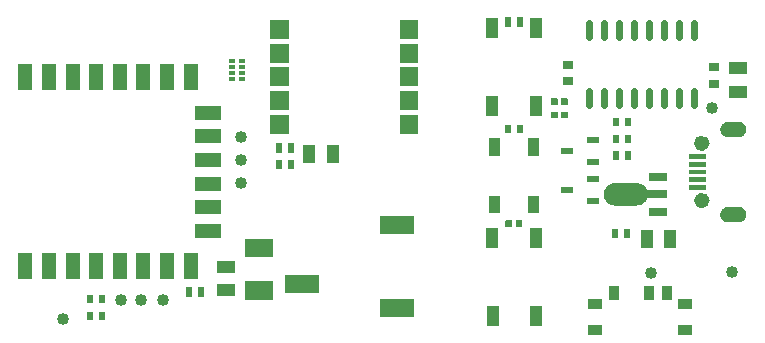
<source format=gtp>
G04 Layer: TopPasteMaskLayer*
G04 EasyEDA v6.5.5, 2022-06-30 21:59:10*
G04 844943e940ba41f192d5fd3784e3f5d8,9c416354eb984020824aaf9c885bead6,10*
G04 Gerber Generator version 0.2*
G04 Scale: 100 percent, Rotated: No, Reflected: No *
G04 Dimensions in inches *
G04 leading zeros omitted , absolute positions ,3 integer and 6 decimal *
%FSLAX36Y36*%
%MOIN*%

%ADD12C,0.0220*%
%ADD14R,0.1181X0.0591*%
%ADD15R,0.0197X0.0315*%
%ADD16R,0.0610X0.0394*%
%ADD17R,0.0394X0.0610*%
%ADD18R,0.0935X0.0633*%
%ADD19R,0.0354X0.0315*%
%ADD20R,0.0472X0.0866*%
%ADD21R,0.0866X0.0472*%
%ADD24R,0.0354X0.0512*%
%ADD25R,0.0512X0.0354*%
%ADD26R,0.0394X0.0669*%
%ADD30R,0.0199X0.0118*%
%ADD31C,0.0400*%
%ADD51C,0.0256*%

%LPD*%
G36*
X1823400Y200640D02*
G01*
X1821819Y199060D01*
X1821819Y180940D01*
X1823400Y179360D01*
X1843100Y179360D01*
X1844680Y180940D01*
X1844680Y199060D01*
X1843100Y200640D01*
G37*
G36*
X1856900Y200640D02*
G01*
X1855320Y199060D01*
X1855320Y180940D01*
X1856900Y179360D01*
X1876600Y179360D01*
X1878180Y180940D01*
X1878180Y199060D01*
X1876600Y200640D01*
G37*
G36*
X1823400Y245640D02*
G01*
X1821819Y244060D01*
X1821819Y225940D01*
X1823400Y224360D01*
X1843100Y224360D01*
X1844680Y225940D01*
X1844680Y244060D01*
X1843100Y245640D01*
G37*
G36*
X1856900Y245640D02*
G01*
X1855320Y244060D01*
X1855320Y225940D01*
X1856900Y224360D01*
X1876600Y224360D01*
X1878180Y225940D01*
X1878180Y244060D01*
X1876600Y245640D01*
G37*
G36*
X1671940Y-161900D02*
G01*
X1670360Y-163480D01*
X1670360Y-181580D01*
X1671940Y-183160D01*
X1691639Y-183160D01*
X1693220Y-181580D01*
X1693220Y-163480D01*
X1691639Y-161900D01*
G37*
G36*
X1705420Y-161900D02*
G01*
X1703860Y-163480D01*
X1703860Y-181580D01*
X1705420Y-183160D01*
X1725140Y-183160D01*
X1726720Y-181580D01*
X1726720Y-163480D01*
X1725140Y-161900D01*
G37*
G36*
X2412180Y167320D02*
G01*
X2409300Y167160D01*
X2406480Y166680D01*
X2403720Y165880D01*
X2402380Y165380D01*
X2399800Y164120D01*
X2397360Y162600D01*
X2395120Y160820D01*
X2393100Y158780D01*
X2391300Y156540D01*
X2389780Y154120D01*
X2388540Y151520D01*
X2387580Y148820D01*
X2386940Y146020D01*
X2386620Y143160D01*
X2386620Y140300D01*
X2386940Y137440D01*
X2387580Y134640D01*
X2388540Y131940D01*
X2389780Y129360D01*
X2391300Y126920D01*
X2393100Y124680D01*
X2395120Y122660D01*
X2397360Y120860D01*
X2399800Y119340D01*
X2402380Y118080D01*
X2405080Y117140D01*
X2407880Y116500D01*
X2410740Y116180D01*
X2447600Y116140D01*
X2450480Y116300D01*
X2453300Y116780D01*
X2456060Y117579D01*
X2457400Y118080D01*
X2459980Y119340D01*
X2462420Y120860D01*
X2464660Y122660D01*
X2466680Y124680D01*
X2468480Y126920D01*
X2470000Y129360D01*
X2471260Y131940D01*
X2472200Y134640D01*
X2472840Y137440D01*
X2473160Y140300D01*
X2473160Y143160D01*
X2472840Y146020D01*
X2472200Y148820D01*
X2471260Y151520D01*
X2470000Y154120D01*
X2468480Y156540D01*
X2466680Y158780D01*
X2464660Y160820D01*
X2462420Y162600D01*
X2459980Y164120D01*
X2457400Y165380D01*
X2454700Y166320D01*
X2451900Y166960D01*
X2449040Y167280D01*
G37*
G36*
X2412180Y-116140D02*
G01*
X2409300Y-116300D01*
X2406480Y-116780D01*
X2403720Y-117579D01*
X2402380Y-118080D01*
X2399800Y-119340D01*
X2397360Y-120860D01*
X2395120Y-122640D01*
X2393100Y-124680D01*
X2391300Y-126920D01*
X2389780Y-129340D01*
X2388540Y-131940D01*
X2387580Y-134640D01*
X2386940Y-137440D01*
X2386620Y-140300D01*
X2386620Y-143160D01*
X2386940Y-146020D01*
X2387580Y-148820D01*
X2388540Y-151520D01*
X2389780Y-154100D01*
X2391300Y-156540D01*
X2393100Y-158780D01*
X2395120Y-160799D01*
X2397360Y-162600D01*
X2399800Y-164120D01*
X2402380Y-165380D01*
X2405080Y-166320D01*
X2407880Y-166960D01*
X2410740Y-167280D01*
X2447600Y-167320D01*
X2450480Y-167160D01*
X2453300Y-166680D01*
X2456060Y-165880D01*
X2457400Y-165380D01*
X2459980Y-164120D01*
X2462420Y-162600D01*
X2464660Y-160799D01*
X2466680Y-158780D01*
X2468480Y-156540D01*
X2470000Y-154100D01*
X2471260Y-151520D01*
X2472200Y-148820D01*
X2472840Y-146020D01*
X2473160Y-143160D01*
X2473160Y-140300D01*
X2472840Y-137440D01*
X2472200Y-134640D01*
X2471260Y-131940D01*
X2470000Y-129340D01*
X2468480Y-126920D01*
X2466680Y-124680D01*
X2464660Y-122640D01*
X2462420Y-120860D01*
X2459980Y-119340D01*
X2457400Y-118080D01*
X2454700Y-117140D01*
X2451900Y-116500D01*
X2449040Y-116180D01*
G37*
G36*
X2282540Y59060D02*
G01*
X2282540Y43300D01*
X2337660Y43300D01*
X2337660Y59060D01*
G37*
G36*
X2282540Y33460D02*
G01*
X2282540Y17720D01*
X2337660Y17720D01*
X2337660Y33460D01*
G37*
G36*
X2282540Y7880D02*
G01*
X2282540Y-7880D01*
X2337660Y-7880D01*
X2337660Y7880D01*
G37*
G36*
X2282540Y-17720D02*
G01*
X2282540Y-33460D01*
X2337660Y-33460D01*
X2337660Y-17720D01*
G37*
G36*
X2282540Y-43300D02*
G01*
X2282540Y-59060D01*
X2337660Y-59060D01*
X2337660Y-43300D01*
G37*
D12*
X1950000Y270237D02*
G01*
X1950000Y223582D01*
X2000000Y270237D02*
G01*
X2000000Y223582D01*
X2050000Y270237D02*
G01*
X2050000Y223582D01*
X2100000Y270237D02*
G01*
X2100000Y223582D01*
X2150000Y270237D02*
G01*
X2150000Y223582D01*
X2200000Y270237D02*
G01*
X2200000Y223582D01*
X2250000Y270237D02*
G01*
X2250000Y223582D01*
X2300000Y270237D02*
G01*
X2300000Y223582D01*
X1950000Y496417D02*
G01*
X1950000Y449762D01*
X2000000Y496417D02*
G01*
X2000000Y449762D01*
X2050000Y496417D02*
G01*
X2050000Y449762D01*
X2100000Y496417D02*
G01*
X2100000Y449762D01*
X2150000Y496417D02*
G01*
X2150000Y449762D01*
X2200000Y496417D02*
G01*
X2200000Y449762D01*
X2250000Y496417D02*
G01*
X2250000Y449762D01*
X2300000Y496417D02*
G01*
X2300000Y449762D01*
D14*
G01*
X1307479Y-452800D03*
G01*
X992520Y-374059D03*
G01*
X1307479Y-177210D03*
G36*
X605475Y-384254D02*
G01*
X625160Y-384254D01*
X625160Y-415751D01*
X605475Y-415751D01*
G37*
G36*
X644845Y-384254D02*
G01*
X664531Y-384254D01*
X664531Y-415751D01*
X644845Y-415751D01*
G37*
G36*
X1670475Y515745D02*
G01*
X1690160Y515745D01*
X1690160Y484248D01*
X1670475Y484248D01*
G37*
G36*
X1709845Y515745D02*
G01*
X1729530Y515745D01*
X1729530Y484248D01*
X1709845Y484248D01*
G37*
G36*
X905475Y40745D02*
G01*
X925160Y40745D01*
X925160Y9248D01*
X905475Y9248D01*
G37*
G36*
X944845Y40745D02*
G01*
X964530Y40745D01*
X964530Y9248D01*
X944845Y9248D01*
G37*
G36*
X2025475Y-189254D02*
G01*
X2045160Y-189254D01*
X2045160Y-220751D01*
X2025475Y-220751D01*
G37*
G36*
X2064845Y-189254D02*
G01*
X2084530Y-189254D01*
X2084530Y-220751D01*
X2064845Y-220751D01*
G37*
G36*
X2030475Y70745D02*
G01*
X2050160Y70745D01*
X2050160Y39248D01*
X2030475Y39248D01*
G37*
G36*
X2069845Y70745D02*
G01*
X2089530Y70745D01*
X2089530Y39248D01*
X2069845Y39248D01*
G37*
D16*
G01*
X740000Y-315630D03*
G01*
X740000Y-394369D03*
D17*
G01*
X1094369Y60000D03*
G01*
X1015630Y60000D03*
G01*
X2219369Y-225000D03*
G01*
X2140630Y-225000D03*
D16*
G01*
X2446000Y267629D03*
G01*
X2446000Y346370D03*
D18*
G01*
X850000Y-253989D03*
G36*
X803227Y-364371D02*
G01*
X896772Y-364371D01*
X896772Y-427658D01*
X803227Y-427658D01*
G37*
D19*
G01*
X1880000Y357559D03*
G01*
X1880000Y302440D03*
G01*
X2363999Y349560D03*
G01*
X2363999Y294439D03*
D15*
G01*
X1679309Y143000D03*
G01*
X1718680Y143000D03*
G01*
X2040309Y165000D03*
G01*
X2079679Y165000D03*
G01*
X285309Y-480000D03*
G01*
X324679Y-480000D03*
G01*
X285309Y-425000D03*
G01*
X324679Y-425000D03*
D20*
G01*
X69879Y314960D03*
G01*
X148620Y314960D03*
G01*
X227359Y314960D03*
G01*
X306100Y314960D03*
G01*
X384839Y314960D03*
G01*
X463580Y314960D03*
G01*
X542319Y314960D03*
G01*
X621060Y314960D03*
D21*
G01*
X680120Y196849D03*
G01*
X680120Y118110D03*
G01*
X680120Y39369D03*
G01*
X680120Y-39369D03*
G01*
X680120Y-118110D03*
G01*
X680120Y-196849D03*
D20*
G01*
X621060Y-314960D03*
G01*
X542319Y-314960D03*
G01*
X463580Y-314960D03*
G01*
X384839Y-314960D03*
G01*
X306100Y-314960D03*
G01*
X227359Y-314960D03*
G01*
X148620Y-314960D03*
G01*
X69879Y-314960D03*
G36*
X1983779Y22126D02*
G01*
X1983779Y43070D01*
X1942933Y43070D01*
X1942933Y22126D01*
G37*
G36*
X1983779Y96929D02*
G01*
X1983779Y117873D01*
X1942933Y117873D01*
X1942933Y96929D01*
G37*
G36*
X1897066Y59528D02*
G01*
X1897066Y80471D01*
X1856220Y80471D01*
X1856220Y59528D01*
G37*
G36*
X1983779Y-107873D02*
G01*
X1983779Y-86929D01*
X1942933Y-86929D01*
X1942933Y-107873D01*
G37*
G36*
X1983779Y-33070D02*
G01*
X1983779Y-12126D01*
X1942933Y-12126D01*
X1942933Y-33070D01*
G37*
G36*
X1897066Y-70471D02*
G01*
X1897066Y-49528D01*
X1856220Y-49528D01*
X1856220Y-70471D01*
G37*
D24*
G01*
X2031809Y-404569D03*
G01*
X2149530Y-404569D03*
G01*
X2208580Y-404569D03*
D25*
G01*
X2269600Y-525430D03*
G01*
X2269600Y-438809D03*
G01*
X1970389Y-525430D03*
G01*
X1970389Y-438809D03*
D26*
G01*
X1772799Y479920D03*
G01*
X1772849Y220079D03*
G01*
X1627150Y479920D03*
G01*
X1627150Y220079D03*
G01*
X1627200Y-479920D03*
G01*
X1627150Y-220079D03*
G01*
X1772849Y-479920D03*
G01*
X1772849Y-220079D03*
G36*
X2035109Y-37251D02*
G01*
X2108109Y-37251D01*
X2109862Y-37292D01*
X2111611Y-37415D01*
X2113352Y-37620D01*
X2115083Y-37907D01*
X2116797Y-38274D01*
X2118492Y-38721D01*
X2120165Y-39247D01*
X2121812Y-39852D01*
X2123428Y-40533D01*
X2125011Y-41287D01*
X2126556Y-42116D01*
X2128060Y-43017D01*
X2129521Y-43987D01*
X2130936Y-45025D01*
X2132299Y-46127D01*
X2133609Y-47292D01*
X2134863Y-48517D01*
X2136059Y-49801D01*
X2137193Y-51138D01*
X2138263Y-52527D01*
X2139268Y-53964D01*
X2140203Y-55448D01*
X2141067Y-56974D01*
X2141860Y-58537D01*
X2142578Y-61660D01*
X2209403Y-61660D01*
X2209403Y-87644D01*
X2142578Y-87644D01*
X2141860Y-90767D01*
X2141067Y-92332D01*
X2140203Y-93858D01*
X2139268Y-95340D01*
X2138263Y-96779D01*
X2137193Y-98168D01*
X2136059Y-99504D01*
X2134863Y-100788D01*
X2133609Y-102013D01*
X2132299Y-103179D01*
X2130936Y-104281D01*
X2129521Y-105317D01*
X2128060Y-106287D01*
X2126556Y-107189D01*
X2125011Y-108017D01*
X2123428Y-108772D01*
X2121812Y-109453D01*
X2120165Y-110058D01*
X2118492Y-110583D01*
X2116797Y-111030D01*
X2115083Y-111399D01*
X2113352Y-111685D01*
X2111611Y-111889D01*
X2109862Y-112013D01*
X2108109Y-112055D01*
X2035109Y-112055D01*
X2033356Y-112013D01*
X2031607Y-111889D01*
X2029864Y-111685D01*
X2028135Y-111399D01*
X2026419Y-111030D01*
X2024724Y-110583D01*
X2023051Y-110058D01*
X2021405Y-109453D01*
X2019790Y-108772D01*
X2018207Y-108017D01*
X2016661Y-107189D01*
X2015156Y-106287D01*
X2013696Y-105317D01*
X2012281Y-104281D01*
X2010919Y-103179D01*
X2009607Y-102013D01*
X2008353Y-100788D01*
X2007157Y-99504D01*
X2006023Y-98168D01*
X2004953Y-96779D01*
X2003950Y-95340D01*
X2003014Y-93858D01*
X2002150Y-92332D01*
X2001356Y-90767D01*
X2000639Y-89167D01*
X1999996Y-87536D01*
X1999431Y-85877D01*
X1998944Y-84191D01*
X1998536Y-82485D01*
X1998209Y-80763D01*
X1997964Y-79027D01*
X1997799Y-77280D01*
X1997718Y-75529D01*
X1997718Y-73776D01*
X1997799Y-72024D01*
X1997964Y-70278D01*
X1998209Y-68542D01*
X1998536Y-66819D01*
X1998944Y-65114D01*
X1999431Y-63429D01*
X1999996Y-61768D01*
X2000639Y-60138D01*
X2001356Y-58537D01*
X2002150Y-56974D01*
X2003014Y-55448D01*
X2003950Y-53964D01*
X2004953Y-52527D01*
X2006023Y-51138D01*
X2007157Y-49801D01*
X2008353Y-48517D01*
X2009607Y-47292D01*
X2010919Y-46127D01*
X2012281Y-45025D01*
X2013696Y-43987D01*
X2015156Y-43017D01*
X2016661Y-42116D01*
X2018207Y-41287D01*
X2019790Y-40533D01*
X2021405Y-39852D01*
X2023051Y-39247D01*
X2024724Y-38721D01*
X2026419Y-38274D01*
X2028135Y-37907D01*
X2029864Y-37620D01*
X2031607Y-37415D01*
X2033356Y-37292D01*
G37*
G36*
X2209400Y-29167D02*
G01*
X2209400Y-2712D01*
X2147393Y-2712D01*
X2147393Y-29167D01*
G37*
G36*
X2209400Y-147278D02*
G01*
X2209400Y-120821D01*
X2147393Y-120821D01*
X2147393Y-147278D01*
G37*
G36*
X1613930Y-138483D02*
G01*
X1613930Y-79484D01*
X1653230Y-79484D01*
X1653230Y-138483D01*
G37*
G36*
X1743851Y-138483D02*
G01*
X1743851Y-79484D01*
X1783152Y-79484D01*
X1783152Y-138483D01*
G37*
G36*
X1743851Y54380D02*
G01*
X1743851Y113479D01*
X1783152Y113479D01*
X1783152Y54380D01*
G37*
G36*
X1613930Y54380D02*
G01*
X1613930Y113479D01*
X1653230Y113479D01*
X1653230Y54380D01*
G37*
D15*
G01*
X2040309Y110000D03*
G01*
X2079679Y110000D03*
D30*
G01*
X758170Y310470D03*
G01*
X758170Y330160D03*
G01*
X758170Y349839D03*
G01*
X758170Y369529D03*
G36*
X801773Y304565D02*
G01*
X781890Y304565D01*
X781890Y316377D01*
X801773Y316377D01*
G37*
G36*
X801773Y324250D02*
G01*
X781890Y324250D01*
X781890Y336062D01*
X801773Y336062D01*
G37*
G36*
X801773Y343935D02*
G01*
X781890Y343935D01*
X781890Y355747D01*
X801773Y355747D01*
G37*
G36*
X801773Y363620D02*
G01*
X781890Y363620D01*
X781890Y375432D01*
X801773Y375432D01*
G37*
G36*
X905475Y95745D02*
G01*
X925160Y95745D01*
X925160Y64248D01*
X905475Y64248D01*
G37*
G36*
X944845Y95745D02*
G01*
X964530Y95745D01*
X964530Y64248D01*
X944845Y64248D01*
G37*
D31*
G01*
X2358000Y214000D03*
G01*
X2156000Y-335999D03*
G01*
X2426000Y-334000D03*
G01*
X788000Y115999D03*
G01*
X788000Y-38000D03*
G01*
X788000Y38000D03*
G01*
X455999Y-428000D03*
G01*
X528000Y-428000D03*
G01*
X388000Y-428000D03*
G01*
X194000Y-490000D03*
G36*
X884300Y505700D02*
G01*
X947299Y505700D01*
X947299Y442699D01*
X884300Y442699D01*
G37*
G36*
X884300Y426999D02*
G01*
X947299Y426999D01*
X947299Y364000D01*
X884300Y364000D01*
G37*
G36*
X884300Y348200D02*
G01*
X947299Y348200D01*
X947299Y285199D01*
X884300Y285199D01*
G37*
G36*
X884300Y269499D02*
G01*
X947299Y269499D01*
X947299Y206500D01*
X884300Y206500D01*
G37*
G36*
X884300Y190799D02*
G01*
X947299Y190799D01*
X947299Y127800D01*
X884300Y127800D01*
G37*
G36*
X1317399Y190799D02*
G01*
X1380399Y190799D01*
X1380399Y127800D01*
X1317399Y127800D01*
G37*
G36*
X1317399Y269499D02*
G01*
X1380399Y269499D01*
X1380399Y206500D01*
X1317399Y206500D01*
G37*
G36*
X1317399Y348200D02*
G01*
X1380399Y348200D01*
X1380399Y285199D01*
X1317399Y285199D01*
G37*
G36*
X1317399Y426999D02*
G01*
X1380399Y426999D01*
X1380399Y364000D01*
X1317399Y364000D01*
G37*
G36*
X1317399Y505700D02*
G01*
X1380399Y505700D01*
X1380399Y442699D01*
X1317399Y442699D01*
G37*
D51*
G75*
G01
X2337570Y-95470D02*
G03X2337570Y-95470I-12800J0D01*
G75*
G01
X2337570Y95470D02*
G03X2337570Y95470I-12800J0D01*
M02*

</source>
